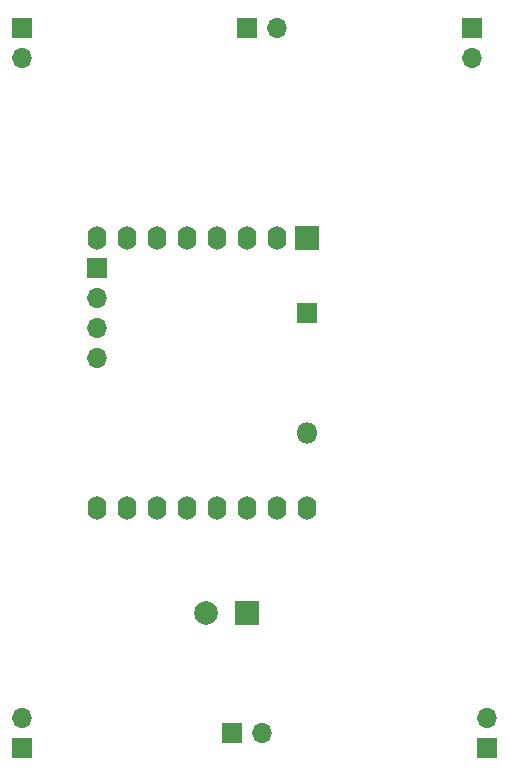
<source format=gbr>
%TF.GenerationSoftware,KiCad,Pcbnew,5.1.7-a382d34a8~88~ubuntu18.04.1*%
%TF.CreationDate,2021-04-24T17:29:33+03:00*%
%TF.ProjectId,quadimodo_pcb,71756164-696d-46f6-946f-5f7063622e6b,rev?*%
%TF.SameCoordinates,Original*%
%TF.FileFunction,Soldermask,Bot*%
%TF.FilePolarity,Negative*%
%FSLAX46Y46*%
G04 Gerber Fmt 4.6, Leading zero omitted, Abs format (unit mm)*
G04 Created by KiCad (PCBNEW 5.1.7-a382d34a8~88~ubuntu18.04.1) date 2021-04-24 17:29:33*
%MOMM*%
%LPD*%
G01*
G04 APERTURE LIST*
%ADD10C,2.000000*%
%ADD11R,2.000000X2.000000*%
%ADD12O,1.700000X1.700000*%
%ADD13R,1.700000X1.700000*%
%ADD14O,1.600000X2.000000*%
%ADD15O,1.800000X1.800000*%
%ADD16R,1.800000X1.800000*%
G04 APERTURE END LIST*
D10*
%TO.C,C1*%
X44760000Y-78740000D03*
D11*
X48260000Y-78740000D03*
%TD*%
D12*
%TO.C,J7*%
X50800000Y-29210000D03*
D13*
X48260000Y-29210000D03*
%TD*%
D14*
%TO.C,U1*%
X53340000Y-69850000D03*
X50800000Y-69850000D03*
X48260000Y-69850000D03*
X45720000Y-69850000D03*
X43180000Y-69850000D03*
X40640000Y-69850000D03*
X38100000Y-69850000D03*
X35560000Y-69850000D03*
X35560000Y-46990000D03*
X38100000Y-46990000D03*
X40640000Y-46990000D03*
X43180000Y-46990000D03*
X45720000Y-46990000D03*
X48260000Y-46990000D03*
D11*
X53340000Y-46990000D03*
D14*
X50800000Y-46990000D03*
%TD*%
D12*
%TO.C,J6*%
X29210000Y-31750000D03*
D13*
X29210000Y-29210000D03*
%TD*%
D12*
%TO.C,J5*%
X29210000Y-87630000D03*
D13*
X29210000Y-90170000D03*
%TD*%
D12*
%TO.C,J4*%
X67310000Y-31750000D03*
D13*
X67310000Y-29210000D03*
%TD*%
D12*
%TO.C,J3*%
X68580000Y-87630000D03*
D13*
X68580000Y-90170000D03*
%TD*%
D12*
%TO.C,J2*%
X35560000Y-57150000D03*
X35560000Y-54610000D03*
X35560000Y-52070000D03*
D13*
X35560000Y-49530000D03*
%TD*%
D12*
%TO.C,J1*%
X49530000Y-88900000D03*
D13*
X46990000Y-88900000D03*
%TD*%
D15*
%TO.C,D1*%
X53340000Y-63500000D03*
D16*
X53340000Y-53340000D03*
%TD*%
M02*

</source>
